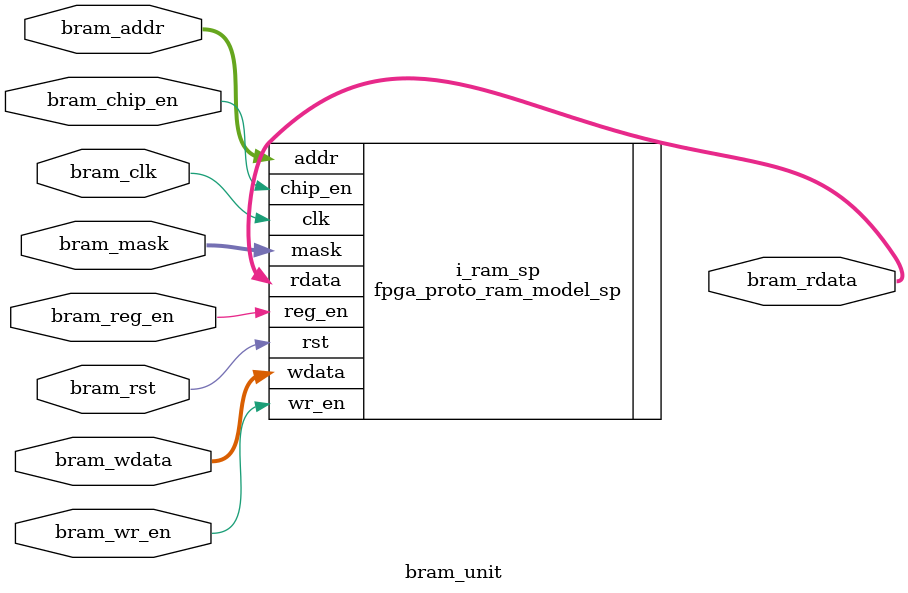
<source format=sv>
module bram_unit 
#(
    parameter  BRAM_DEPTH = 512,
    parameter  BRAM_WIDTH = 64,
    localparam BRAM_ADDR_WIDTH = $clog2(BRAM_DEPTH)
)
(
    input  logic                        bram_clk,
    input  logic [BRAM_ADDR_WIDTH-1:0]  bram_addr,
    input  logic                        bram_chip_en,
    input  logic                        bram_wr_en,
    input  logic [BRAM_WIDTH-1:0]       bram_wdata,
    input  logic [BRAM_WIDTH-1:0]       bram_mask,
    input  logic                        bram_rst,        // only for "HIGH_PERFORMANCE" setup
    input  logic                        bram_reg_en,     // only for "HIGH_PERFORMANCE" setup
    output logic [BRAM_WIDTH-1:0]       bram_rdata
);

// 1 BRAM unit (Simple Port)
fpga_proto_ram_model_sp #(
    .ADDR_WIDTH(BRAM_ADDR_WIDTH),
    .RAM_DEPTH(BRAM_DEPTH), 
    .DATA_WIDTH(BRAM_WIDTH),
    .MASK_WIDTH(BRAM_WIDTH),
    .MODE("NO_CHANGE"),             // "WRITE_FIRST"/"READ_FIRST"/"NO_CHANGE"
    .PERFORMANCE("LOW_LATENCY")     // "HIGH_PERFORMANCE" or "LOW_LATENCY"
) i_ram_sp
(
    .clk(bram_clk),      
    .addr(bram_addr),
    .chip_en(bram_chip_en),  
    .wr_en(bram_wr_en),    
    .wdata(bram_wdata),    
    .mask(bram_mask),     
    .rst(bram_rst),      
    .reg_en(bram_reg_en),   
    .rdata(bram_rdata)     
);
    
endmodule
</source>
